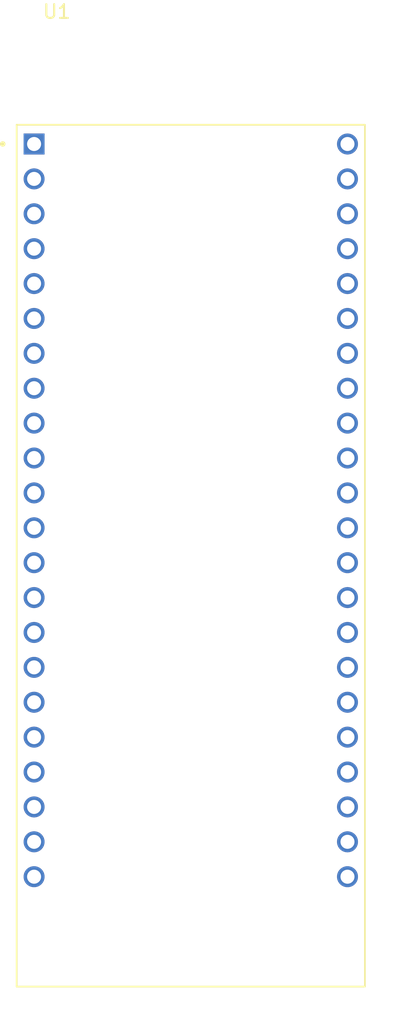
<source format=kicad_pcb>
(kicad_pcb (version 20240108) (generator "pcbnew") (generator_version "8.0")
  (layers (0 "F.Cu" signal) (31 "B.Cu" signal) (34 "B.Paste" user) (35 "F.Paste" user) (36 "B.SilkS" user "B.Silkscreen") (37 "F.SilkS" user "F.Silkscreen") (38 "B.Mask" user) (39 "F.Mask" user) (44 "Edge.Cuts" user))
  (net 0 "")
  (net 10 "Net-(U1-3V3-PadJ1_1)")
  (net 17 "Net-(U1-GND-PadJ1_22)")
  (footprint "ESP32-S3-DEVKITC-1-N8R2:XCVR_ESP32-S3-DEVKITC-1-N8R2" (layer "F.Cu") (at 147.57 86.13)
    (property "Reference" "U1" (at -9.775 -39.605 0) (layer "F.SilkS"))
    (property "Value" "ESP32-S3-DEVKITC-1-N8R2")
    (fp_line (start -12.7 -31.37) (end 12.7 -31.37) (stroke (width 0.127)) (layer "F.SilkS"))
    (fp_line (start -12.7 31.37) (end -12.7 -31.37) (stroke (width 0.127)) (layer "F.SilkS"))
    (fp_line (start 12.7 -31.37) (end 12.7 31.37) (stroke (width 0.127)) (layer "F.SilkS"))
    (fp_line (start 12.7 31.37) (end -12.7 31.37) (stroke (width 0.127)) (layer "F.SilkS"))
    (fp_circle (center -13.716 -29.972) (end -13.616 -29.972) (stroke (width 0.2)) (fill none) (layer "F.SilkS"))
    (pad "J1_1" thru_hole rect (at -11.43 -29.97) (size 1.53 1.53) (drill 1.02) (layers "*.Cu" "*.Mask" "In1.Cu" "In2.Cu" "In3.Cu" "In4.Cu" "In5.Cu" "In6.Cu" "In7.Cu" "In8.Cu" "In9.Cu" "In10.Cu" "In11.Cu" "In12.Cu" "In13.Cu" "In14.Cu" "In15.Cu" "In16.Cu" "In17.Cu" "In18.Cu" "In19.Cu" "In20.Cu" "In21.Cu" "In22.Cu" "In23.Cu" "In24.Cu" "In25.Cu" "In26.Cu" "In27.Cu" "In28.Cu" "In29.Cu" "In30.Cu") (net 10 "Net-(U1-3V3-PadJ1_1)"))
    (pad "J1_2" thru_hole circle (at -11.43 -27.43) (size 1.53 1.53) (drill 1.02) (layers "*.Cu" "*.Mask" "In1.Cu" "In2.Cu" "In3.Cu" "In4.Cu" "In5.Cu" "In6.Cu" "In7.Cu" "In8.Cu" "In9.Cu" "In10.Cu" "In11.Cu" "In12.Cu" "In13.Cu" "In14.Cu" "In15.Cu" "In16.Cu" "In17.Cu" "In18.Cu" "In19.Cu" "In20.Cu" "In21.Cu" "In22.Cu" "In23.Cu" "In24.Cu" "In25.Cu" "In26.Cu" "In27.Cu" "In28.Cu" "In29.Cu" "In30.Cu") (net 10 "Net-(U1-3V3-PadJ1_1)"))
    (pad "J1_3" thru_hole circle (at -11.43 -24.89) (size 1.53 1.53) (drill 1.02) (layers "*.Cu" "*.Mask" "In1.Cu" "In2.Cu" "In3.Cu" "In4.Cu" "In5.Cu" "In6.Cu" "In7.Cu" "In8.Cu" "In9.Cu" "In10.Cu" "In11.Cu" "In12.Cu" "In13.Cu" "In14.Cu" "In15.Cu" "In16.Cu" "In17.Cu" "In18.Cu" "In19.Cu" "In20.Cu" "In21.Cu" "In22.Cu" "In23.Cu" "In24.Cu" "In25.Cu" "In26.Cu" "In27.Cu" "In28.Cu" "In29.Cu" "In30.Cu"))
    (pad "J1_4" thru_hole circle (at -11.43 -22.35) (size 1.53 1.53) (drill 1.02) (layers "*.Cu" "*.Mask" "In1.Cu" "In2.Cu" "In3.Cu" "In4.Cu" "In5.Cu" "In6.Cu" "In7.Cu" "In8.Cu" "In9.Cu" "In10.Cu" "In11.Cu" "In12.Cu" "In13.Cu" "In14.Cu" "In15.Cu" "In16.Cu" "In17.Cu" "In18.Cu" "In19.Cu" "In20.Cu" "In21.Cu" "In22.Cu" "In23.Cu" "In24.Cu" "In25.Cu" "In26.Cu" "In27.Cu" "In28.Cu" "In29.Cu" "In30.Cu"))
    (pad "J1_5" thru_hole circle (at -11.43 -19.81) (size 1.53 1.53) (drill 1.02) (layers "*.Cu" "*.Mask" "In1.Cu" "In2.Cu" "In3.Cu" "In4.Cu" "In5.Cu" "In6.Cu" "In7.Cu" "In8.Cu" "In9.Cu" "In10.Cu" "In11.Cu" "In12.Cu" "In13.Cu" "In14.Cu" "In15.Cu" "In16.Cu" "In17.Cu" "In18.Cu" "In19.Cu" "In20.Cu" "In21.Cu" "In22.Cu" "In23.Cu" "In24.Cu" "In25.Cu" "In26.Cu" "In27.Cu" "In28.Cu" "In29.Cu" "In30.Cu"))
    (pad "J1_6" thru_hole circle (at -11.43 -17.27) (size 1.53 1.53) (drill 1.02) (layers "*.Cu" "*.Mask" "In1.Cu" "In2.Cu" "In3.Cu" "In4.Cu" "In5.Cu" "In6.Cu" "In7.Cu" "In8.Cu" "In9.Cu" "In10.Cu" "In11.Cu" "In12.Cu" "In13.Cu" "In14.Cu" "In15.Cu" "In16.Cu" "In17.Cu" "In18.Cu" "In19.Cu" "In20.Cu" "In21.Cu" "In22.Cu" "In23.Cu" "In24.Cu" "In25.Cu" "In26.Cu" "In27.Cu" "In28.Cu" "In29.Cu" "In30.Cu"))
    (pad "J1_7" thru_hole circle (at -11.43 -14.73) (size 1.53 1.53) (drill 1.02) (layers "*.Cu" "*.Mask" "In1.Cu" "In2.Cu" "In3.Cu" "In4.Cu" "In5.Cu" "In6.Cu" "In7.Cu" "In8.Cu" "In9.Cu" "In10.Cu" "In11.Cu" "In12.Cu" "In13.Cu" "In14.Cu" "In15.Cu" "In16.Cu" "In17.Cu" "In18.Cu" "In19.Cu" "In20.Cu" "In21.Cu" "In22.Cu" "In23.Cu" "In24.Cu" "In25.Cu" "In26.Cu" "In27.Cu" "In28.Cu" "In29.Cu" "In30.Cu"))
    (pad "J1_8" thru_hole circle (at -11.43 -12.19) (size 1.53 1.53) (drill 1.02) (layers "*.Cu" "*.Mask" "In1.Cu" "In2.Cu" "In3.Cu" "In4.Cu" "In5.Cu" "In6.Cu" "In7.Cu" "In8.Cu" "In9.Cu" "In10.Cu" "In11.Cu" "In12.Cu" "In13.Cu" "In14.Cu" "In15.Cu" "In16.Cu" "In17.Cu" "In18.Cu" "In19.Cu" "In20.Cu" "In21.Cu" "In22.Cu" "In23.Cu" "In24.Cu" "In25.Cu" "In26.Cu" "In27.Cu" "In28.Cu" "In29.Cu" "In30.Cu"))
    (pad "J1_9" thru_hole circle (at -11.43 -9.65) (size 1.53 1.53) (drill 1.02) (layers "*.Cu" "*.Mask" "In1.Cu" "In2.Cu" "In3.Cu" "In4.Cu" "In5.Cu" "In6.Cu" "In7.Cu" "In8.Cu" "In9.Cu" "In10.Cu" "In11.Cu" "In12.Cu" "In13.Cu" "In14.Cu" "In15.Cu" "In16.Cu" "In17.Cu" "In18.Cu" "In19.Cu" "In20.Cu" "In21.Cu" "In22.Cu" "In23.Cu" "In24.Cu" "In25.Cu" "In26.Cu" "In27.Cu" "In28.Cu" "In29.Cu" "In30.Cu"))
    (pad "J1_10" thru_hole circle (at -11.43 -7.11) (size 1.53 1.53) (drill 1.02) (layers "*.Cu" "*.Mask" "In1.Cu" "In2.Cu" "In3.Cu" "In4.Cu" "In5.Cu" "In6.Cu" "In7.Cu" "In8.Cu" "In9.Cu" "In10.Cu" "In11.Cu" "In12.Cu" "In13.Cu" "In14.Cu" "In15.Cu" "In16.Cu" "In17.Cu" "In18.Cu" "In19.Cu" "In20.Cu" "In21.Cu" "In22.Cu" "In23.Cu" "In24.Cu" "In25.Cu" "In26.Cu" "In27.Cu" "In28.Cu" "In29.Cu" "In30.Cu"))
    (pad "J1_11" thru_hole circle (at -11.43 -4.57) (size 1.53 1.53) (drill 1.02) (layers "*.Cu" "*.Mask" "In1.Cu" "In2.Cu" "In3.Cu" "In4.Cu" "In5.Cu" "In6.Cu" "In7.Cu" "In8.Cu" "In9.Cu" "In10.Cu" "In11.Cu" "In12.Cu" "In13.Cu" "In14.Cu" "In15.Cu" "In16.Cu" "In17.Cu" "In18.Cu" "In19.Cu" "In20.Cu" "In21.Cu" "In22.Cu" "In23.Cu" "In24.Cu" "In25.Cu" "In26.Cu" "In27.Cu" "In28.Cu" "In29.Cu" "In30.Cu"))
    (pad "J1_12" thru_hole circle (at -11.43 -2.03) (size 1.53 1.53) (drill 1.02) (layers "*.Cu" "*.Mask" "In1.Cu" "In2.Cu" "In3.Cu" "In4.Cu" "In5.Cu" "In6.Cu" "In7.Cu" "In8.Cu" "In9.Cu" "In10.Cu" "In11.Cu" "In12.Cu" "In13.Cu" "In14.Cu" "In15.Cu" "In16.Cu" "In17.Cu" "In18.Cu" "In19.Cu" "In20.Cu" "In21.Cu" "In22.Cu" "In23.Cu" "In24.Cu" "In25.Cu" "In26.Cu" "In27.Cu" "In28.Cu" "In29.Cu" "In30.Cu"))
    (pad "J1_13" thru_hole circle (at -11.43 0.51) (size 1.53 1.53) (drill 1.02) (layers "*.Cu" "*.Mask" "In1.Cu" "In2.Cu" "In3.Cu" "In4.Cu" "In5.Cu" "In6.Cu" "In7.Cu" "In8.Cu" "In9.Cu" "In10.Cu" "In11.Cu" "In12.Cu" "In13.Cu" "In14.Cu" "In15.Cu" "In16.Cu" "In17.Cu" "In18.Cu" "In19.Cu" "In20.Cu" "In21.Cu" "In22.Cu" "In23.Cu" "In24.Cu" "In25.Cu" "In26.Cu" "In27.Cu" "In28.Cu" "In29.Cu" "In30.Cu"))
    (pad "J1_14" thru_hole circle (at -11.43 3.05) (size 1.53 1.53) (drill 1.02) (layers "*.Cu" "*.Mask" "In1.Cu" "In2.Cu" "In3.Cu" "In4.Cu" "In5.Cu" "In6.Cu" "In7.Cu" "In8.Cu" "In9.Cu" "In10.Cu" "In11.Cu" "In12.Cu" "In13.Cu" "In14.Cu" "In15.Cu" "In16.Cu" "In17.Cu" "In18.Cu" "In19.Cu" "In20.Cu" "In21.Cu" "In22.Cu" "In23.Cu" "In24.Cu" "In25.Cu" "In26.Cu" "In27.Cu" "In28.Cu" "In29.Cu" "In30.Cu"))
    (pad "J1_15" thru_hole circle (at -11.43 5.59) (size 1.53 1.53) (drill 1.02) (layers "*.Cu" "*.Mask" "In1.Cu" "In2.Cu" "In3.Cu" "In4.Cu" "In5.Cu" "In6.Cu" "In7.Cu" "In8.Cu" "In9.Cu" "In10.Cu" "In11.Cu" "In12.Cu" "In13.Cu" "In14.Cu" "In15.Cu" "In16.Cu" "In17.Cu" "In18.Cu" "In19.Cu" "In20.Cu" "In21.Cu" "In22.Cu" "In23.Cu" "In24.Cu" "In25.Cu" "In26.Cu" "In27.Cu" "In28.Cu" "In29.Cu" "In30.Cu"))
    (pad "J1_16" thru_hole circle (at -11.43 8.13) (size 1.53 1.53) (drill 1.02) (layers "*.Cu" "*.Mask" "In1.Cu" "In2.Cu" "In3.Cu" "In4.Cu" "In5.Cu" "In6.Cu" "In7.Cu" "In8.Cu" "In9.Cu" "In10.Cu" "In11.Cu" "In12.Cu" "In13.Cu" "In14.Cu" "In15.Cu" "In16.Cu" "In17.Cu" "In18.Cu" "In19.Cu" "In20.Cu" "In21.Cu" "In22.Cu" "In23.Cu" "In24.Cu" "In25.Cu" "In26.Cu" "In27.Cu" "In28.Cu" "In29.Cu" "In30.Cu"))
    (pad "J1_17" thru_hole circle (at -11.43 10.67) (size 1.53 1.53) (drill 1.02) (layers "*.Cu" "*.Mask" "In1.Cu" "In2.Cu" "In3.Cu" "In4.Cu" "In5.Cu" "In6.Cu" "In7.Cu" "In8.Cu" "In9.Cu" "In10.Cu" "In11.Cu" "In12.Cu" "In13.Cu" "In14.Cu" "In15.Cu" "In16.Cu" "In17.Cu" "In18.Cu" "In19.Cu" "In20.Cu" "In21.Cu" "In22.Cu" "In23.Cu" "In24.Cu" "In25.Cu" "In26.Cu" "In27.Cu" "In28.Cu" "In29.Cu" "In30.Cu"))
    (pad "J1_18" thru_hole circle (at -11.43 13.21) (size 1.53 1.53) (drill 1.02) (layers "*.Cu" "*.Mask" "In1.Cu" "In2.Cu" "In3.Cu" "In4.Cu" "In5.Cu" "In6.Cu" "In7.Cu" "In8.Cu" "In9.Cu" "In10.Cu" "In11.Cu" "In12.Cu" "In13.Cu" "In14.Cu" "In15.Cu" "In16.Cu" "In17.Cu" "In18.Cu" "In19.Cu" "In20.Cu" "In21.Cu" "In22.Cu" "In23.Cu" "In24.Cu" "In25.Cu" "In26.Cu" "In27.Cu" "In28.Cu" "In29.Cu" "In30.Cu"))
    (pad "J1_19" thru_hole circle (at -11.43 15.75) (size 1.53 1.53) (drill 1.02) (layers "*.Cu" "*.Mask" "In1.Cu" "In2.Cu" "In3.Cu" "In4.Cu" "In5.Cu" "In6.Cu" "In7.Cu" "In8.Cu" "In9.Cu" "In10.Cu" "In11.Cu" "In12.Cu" "In13.Cu" "In14.Cu" "In15.Cu" "In16.Cu" "In17.Cu" "In18.Cu" "In19.Cu" "In20.Cu" "In21.Cu" "In22.Cu" "In23.Cu" "In24.Cu" "In25.Cu" "In26.Cu" "In27.Cu" "In28.Cu" "In29.Cu" "In30.Cu"))
    (pad "J1_20" thru_hole circle (at -11.43 18.29) (size 1.53 1.53) (drill 1.02) (layers "*.Cu" "*.Mask" "In1.Cu" "In2.Cu" "In3.Cu" "In4.Cu" "In5.Cu" "In6.Cu" "In7.Cu" "In8.Cu" "In9.Cu" "In10.Cu" "In11.Cu" "In12.Cu" "In13.Cu" "In14.Cu" "In15.Cu" "In16.Cu" "In17.Cu" "In18.Cu" "In19.Cu" "In20.Cu" "In21.Cu" "In22.Cu" "In23.Cu" "In24.Cu" "In25.Cu" "In26.Cu" "In27.Cu" "In28.Cu" "In29.Cu" "In30.Cu"))
    (pad "J1_21" thru_hole circle (at -11.43 20.83) (size 1.53 1.53) (drill 1.02) (layers "*.Cu" "*.Mask" "In1.Cu" "In2.Cu" "In3.Cu" "In4.Cu" "In5.Cu" "In6.Cu" "In7.Cu" "In8.Cu" "In9.Cu" "In10.Cu" "In11.Cu" "In12.Cu" "In13.Cu" "In14.Cu" "In15.Cu" "In16.Cu" "In17.Cu" "In18.Cu" "In19.Cu" "In20.Cu" "In21.Cu" "In22.Cu" "In23.Cu" "In24.Cu" "In25.Cu" "In26.Cu" "In27.Cu" "In28.Cu" "In29.Cu" "In30.Cu"))
    (pad "J1_22" thru_hole circle (at -11.43 23.37) (size 1.53 1.53) (drill 1.02) (layers "*.Cu" "*.Mask" "In1.Cu" "In2.Cu" "In3.Cu" "In4.Cu" "In5.Cu" "In6.Cu" "In7.Cu" "In8.Cu" "In9.Cu" "In10.Cu" "In11.Cu" "In12.Cu" "In13.Cu" "In14.Cu" "In15.Cu" "In16.Cu" "In17.Cu" "In18.Cu" "In19.Cu" "In20.Cu" "In21.Cu" "In22.Cu" "In23.Cu" "In24.Cu" "In25.Cu" "In26.Cu" "In27.Cu" "In28.Cu" "In29.Cu" "In30.Cu") (net 17 "Net-(U1-GND-PadJ1_22)"))
    (pad "J3_1" thru_hole circle (at 11.43 -29.97) (size 1.53 1.53) (drill 1.02) (layers "*.Cu" "*.Mask" "In1.Cu" "In2.Cu" "In3.Cu" "In4.Cu" "In5.Cu" "In6.Cu" "In7.Cu" "In8.Cu" "In9.Cu" "In10.Cu" "In11.Cu" "In12.Cu" "In13.Cu" "In14.Cu" "In15.Cu" "In16.Cu" "In17.Cu" "In18.Cu" "In19.Cu" "In20.Cu" "In21.Cu" "In22.Cu" "In23.Cu" "In24.Cu" "In25.Cu" "In26.Cu" "In27.Cu" "In28.Cu" "In29.Cu" "In30.Cu") (net 17 "Net-(U1-GND-PadJ1_22)"))
    (pad "J3_2" thru_hole circle (at 11.43 -27.43) (size 1.53 1.53) (drill 1.02) (layers "*.Cu" "*.Mask" "In1.Cu" "In2.Cu" "In3.Cu" "In4.Cu" "In5.Cu" "In6.Cu" "In7.Cu" "In8.Cu" "In9.Cu" "In10.Cu" "In11.Cu" "In12.Cu" "In13.Cu" "In14.Cu" "In15.Cu" "In16.Cu" "In17.Cu" "In18.Cu" "In19.Cu" "In20.Cu" "In21.Cu" "In22.Cu" "In23.Cu" "In24.Cu" "In25.Cu" "In26.Cu" "In27.Cu" "In28.Cu" "In29.Cu" "In30.Cu"))
    (pad "J3_3" thru_hole circle (at 11.43 -24.89) (size 1.53 1.53) (drill 1.02) (layers "*.Cu" "*.Mask" "In1.Cu" "In2.Cu" "In3.Cu" "In4.Cu" "In5.Cu" "In6.Cu" "In7.Cu" "In8.Cu" "In9.Cu" "In10.Cu" "In11.Cu" "In12.Cu" "In13.Cu" "In14.Cu" "In15.Cu" "In16.Cu" "In17.Cu" "In18.Cu" "In19.Cu" "In20.Cu" "In21.Cu" "In22.Cu" "In23.Cu" "In24.Cu" "In25.Cu" "In26.Cu" "In27.Cu" "In28.Cu" "In29.Cu" "In30.Cu"))
    (pad "J3_4" thru_hole circle (at 11.43 -22.35) (size 1.53 1.53) (drill 1.02) (layers "*.Cu" "*.Mask" "In1.Cu" "In2.Cu" "In3.Cu" "In4.Cu" "In5.Cu" "In6.Cu" "In7.Cu" "In8.Cu" "In9.Cu" "In10.Cu" "In11.Cu" "In12.Cu" "In13.Cu" "In14.Cu" "In15.Cu" "In16.Cu" "In17.Cu" "In18.Cu" "In19.Cu" "In20.Cu" "In21.Cu" "In22.Cu" "In23.Cu" "In24.Cu" "In25.Cu" "In26.Cu" "In27.Cu" "In28.Cu" "In29.Cu" "In30.Cu"))
    (pad "J3_5" thru_hole circle (at 11.43 -19.81) (size 1.53 1.53) (drill 1.02) (layers "*.Cu" "*.Mask" "In1.Cu" "In2.Cu" "In3.Cu" "In4.Cu" "In5.Cu" "In6.Cu" "In7.Cu" "In8.Cu" "In9.Cu" "In10.Cu" "In11.Cu" "In12.Cu" "In13.Cu" "In14.Cu" "In15.Cu" "In16.Cu" "In17.Cu" "In18.Cu" "In19.Cu" "In20.Cu" "In21.Cu" "In22.Cu" "In23.Cu" "In24.Cu" "In25.Cu" "In26.Cu" "In27.Cu" "In28.Cu" "In29.Cu" "In30.Cu"))
    (pad "J3_6" thru_hole circle (at 11.43 -17.27) (size 1.53 1.53) (drill 1.02) (layers "*.Cu" "*.Mask" "In1.Cu" "In2.Cu" "In3.Cu" "In4.Cu" "In5.Cu" "In6.Cu" "In7.Cu" "In8.Cu" "In9.Cu" "In10.Cu" "In11.Cu" "In12.Cu" "In13.Cu" "In14.Cu" "In15.Cu" "In16.Cu" "In17.Cu" "In18.Cu" "In19.Cu" "In20.Cu" "In21.Cu" "In22.Cu" "In23.Cu" "In24.Cu" "In25.Cu" "In26.Cu" "In27.Cu" "In28.Cu" "In29.Cu" "In30.Cu"))
    (pad "J3_7" thru_hole circle (at 11.43 -14.73) (size 1.53 1.53) (drill 1.02) (layers "*.Cu" "*.Mask" "In1.Cu" "In2.Cu" "In3.Cu" "In4.Cu" "In5.Cu" "In6.Cu" "In7.Cu" "In8.Cu" "In9.Cu" "In10.Cu" "In11.Cu" "In12.Cu" "In13.Cu" "In14.Cu" "In15.Cu" "In16.Cu" "In17.Cu" "In18.Cu" "In19.Cu" "In20.Cu" "In21.Cu" "In22.Cu" "In23.Cu" "In24.Cu" "In25.Cu" "In26.Cu" "In27.Cu" "In28.Cu" "In29.Cu" "In30.Cu"))
    (pad "J3_8" thru_hole circle (at 11.43 -12.19) (size 1.53 1.53) (drill 1.02) (layers "*.Cu" "*.Mask" "In1.Cu" "In2.Cu" "In3.Cu" "In4.Cu" "In5.Cu" "In6.Cu" "In7.Cu" "In8.Cu" "In9.Cu" "In10.Cu" "In11.Cu" "In12.Cu" "In13.Cu" "In14.Cu" "In15.Cu" "In16.Cu" "In17.Cu" "In18.Cu" "In19.Cu" "In20.Cu" "In21.Cu" "In22.Cu" "In23.Cu" "In24.Cu" "In25.Cu" "In26.Cu" "In27.Cu" "In28.Cu" "In29.Cu" "In30.Cu"))
    (pad "J3_9" thru_hole circle (at 11.43 -9.65) (size 1.53 1.53) (drill 1.02) (layers "*.Cu" "*.Mask" "In1.Cu" "In2.Cu" "In3.Cu" "In4.Cu" "In5.Cu" "In6.Cu" "In7.Cu" "In8.Cu" "In9.Cu" "In10.Cu" "In11.Cu" "In12.Cu" "In13.Cu" "In14.Cu" "In15.Cu" "In16.Cu" "In17.Cu" "In18.Cu" "In19.Cu" "In20.Cu" "In21.Cu" "In22.Cu" "In23.Cu" "In24.Cu" "In25.Cu" "In26.Cu" "In27.Cu" "In28.Cu" "In29.Cu" "In30.Cu"))
    (pad "J3_10" thru_hole circle (at 11.43 -7.11) (size 1.53 1.53) (drill 1.02) (layers "*.Cu" "*.Mask" "In1.Cu" "In2.Cu" "In3.Cu" "In4.Cu" "In5.Cu" "In6.Cu" "In7.Cu" "In8.Cu" "In9.Cu" "In10.Cu" "In11.Cu" "In12.Cu" "In13.Cu" "In14.Cu" "In15.Cu" "In16.Cu" "In17.Cu" "In18.Cu" "In19.Cu" "In20.Cu" "In21.Cu" "In22.Cu" "In23.Cu" "In24.Cu" "In25.Cu" "In26.Cu" "In27.Cu" "In28.Cu" "In29.Cu" "In30.Cu"))
    (pad "J3_11" thru_hole circle (at 11.43 -4.57) (size 1.53 1.53) (drill 1.02) (layers "*.Cu" "*.Mask" "In1.Cu" "In2.Cu" "In3.Cu" "In4.Cu" "In5.Cu" "In6.Cu" "In7.Cu" "In8.Cu" "In9.Cu" "In10.Cu" "In11.Cu" "In12.Cu" "In13.Cu" "In14.Cu" "In15.Cu" "In16.Cu" "In17.Cu" "In18.Cu" "In19.Cu" "In20.Cu" "In21.Cu" "In22.Cu" "In23.Cu" "In24.Cu" "In25.Cu" "In26.Cu" "In27.Cu" "In28.Cu" "In29.Cu" "In30.Cu"))
    (pad "J3_12" thru_hole circle (at 11.43 -2.03) (size 1.53 1.53) (drill 1.02) (layers "*.Cu" "*.Mask" "In1.Cu" "In2.Cu" "In3.Cu" "In4.Cu" "In5.Cu" "In6.Cu" "In7.Cu" "In8.Cu" "In9.Cu" "In10.Cu" "In11.Cu" "In12.Cu" "In13.Cu" "In14.Cu" "In15.Cu" "In16.Cu" "In17.Cu" "In18.Cu" "In19.Cu" "In20.Cu" "In21.Cu" "In22.Cu" "In23.Cu" "In24.Cu" "In25.Cu" "In26.Cu" "In27.Cu" "In28.Cu" "In29.Cu" "In30.Cu"))
    (pad "J3_13" thru_hole circle (at 11.43 0.51) (size 1.53 1.53) (drill 1.02) (layers "*.Cu" "*.Mask" "In1.Cu" "In2.Cu" "In3.Cu" "In4.Cu" "In5.Cu" "In6.Cu" "In7.Cu" "In8.Cu" "In9.Cu" "In10.Cu" "In11.Cu" "In12.Cu" "In13.Cu" "In14.Cu" "In15.Cu" "In16.Cu" "In17.Cu" "In18.Cu" "In19.Cu" "In20.Cu" "In21.Cu" "In22.Cu" "In23.Cu" "In24.Cu" "In25.Cu" "In26.Cu" "In27.Cu" "In28.Cu" "In29.Cu" "In30.Cu"))
    (pad "J3_14" thru_hole circle (at 11.43 3.05) (size 1.53 1.53) (drill 1.02) (layers "*.Cu" "*.Mask" "In1.Cu" "In2.Cu" "In3.Cu" "In4.Cu" "In5.Cu" "In6.Cu" "In7.Cu" "In8.Cu" "In9.Cu" "In10.Cu" "In11.Cu" "In12.Cu" "In13.Cu" "In14.Cu" "In15.Cu" "In16.Cu" "In17.Cu" "In18.Cu" "In19.Cu" "In20.Cu" "In21.Cu" "In22.Cu" "In23.Cu" "In24.Cu" "In25.Cu" "In26.Cu" "In27.Cu" "In28.Cu" "In29.Cu" "In30.Cu"))
    (pad "J3_15" thru_hole circle (at 11.43 5.59) (size 1.53 1.53) (drill 1.02) (layers "*.Cu" "*.Mask" "In1.Cu" "In2.Cu" "In3.Cu" "In4.Cu" "In5.Cu" "In6.Cu" "In7.Cu" "In8.Cu" "In9.Cu" "In10.Cu" "In11.Cu" "In12.Cu" "In13.Cu" "In14.Cu" "In15.Cu" "In16.Cu" "In17.Cu" "In18.Cu" "In19.Cu" "In20.Cu" "In21.Cu" "In22.Cu" "In23.Cu" "In24.Cu" "In25.Cu" "In26.Cu" "In27.Cu" "In28.Cu" "In29.Cu" "In30.Cu"))
    (pad "J3_16" thru_hole circle (at 11.43 8.13) (size 1.53 1.53) (drill 1.02) (layers "*.Cu" "*.Mask" "In1.Cu" "In2.Cu" "In3.Cu" "In4.Cu" "In5.Cu" "In6.Cu" "In7.Cu" "In8.Cu" "In9.Cu" "In10.Cu" "In11.Cu" "In12.Cu" "In13.Cu" "In14.Cu" "In15.Cu" "In16.Cu" "In17.Cu" "In18.Cu" "In19.Cu" "In20.Cu" "In21.Cu" "In22.Cu" "In23.Cu" "In24.Cu" "In25.Cu" "In26.Cu" "In27.Cu" "In28.Cu" "In29.Cu" "In30.Cu"))
    (pad "J3_17" thru_hole circle (at 11.43 10.67) (size 1.53 1.53) (drill 1.02) (layers "*.Cu" "*.Mask" "In1.Cu" "In2.Cu" "In3.Cu" "In4.Cu" "In5.Cu" "In6.Cu" "In7.Cu" "In8.Cu" "In9.Cu" "In10.Cu" "In11.Cu" "In12.Cu" "In13.Cu" "In14.Cu" "In15.Cu" "In16.Cu" "In17.Cu" "In18.Cu" "In19.Cu" "In20.Cu" "In21.Cu" "In22.Cu" "In23.Cu" "In24.Cu" "In25.Cu" "In26.Cu" "In27.Cu" "In28.Cu" "In29.Cu" "In30.Cu"))
    (pad "J3_18" thru_hole circle (at 11.43 13.21) (size 1.53 1.53) (drill 1.02) (layers "*.Cu" "*.Mask" "In1.Cu" "In2.Cu" "In3.Cu" "In4.Cu" "In5.Cu" "In6.Cu" "In7.Cu" "In8.Cu" "In9.Cu" "In10.Cu" "In11.Cu" "In12.Cu" "In13.Cu" "In14.Cu" "In15.Cu" "In16.Cu" "In17.Cu" "In18.Cu" "In19.Cu" "In20.Cu" "In21.Cu" "In22.Cu" "In23.Cu" "In24.Cu" "In25.Cu" "In26.Cu" "In27.Cu" "In28.Cu" "In29.Cu" "In30.Cu"))
    (pad "J3_19" thru_hole circle (at 11.43 15.75) (size 1.53 1.53) (drill 1.02) (layers "*.Cu" "*.Mask" "In1.Cu" "In2.Cu" "In3.Cu" "In4.Cu" "In5.Cu" "In6.Cu" "In7.Cu" "In8.Cu" "In9.Cu" "In10.Cu" "In11.Cu" "In12.Cu" "In13.Cu" "In14.Cu" "In15.Cu" "In16.Cu" "In17.Cu" "In18.Cu" "In19.Cu" "In20.Cu" "In21.Cu" "In22.Cu" "In23.Cu" "In24.Cu" "In25.Cu" "In26.Cu" "In27.Cu" "In28.Cu" "In29.Cu" "In30.Cu"))
    (pad "J3_20" thru_hole circle (at 11.43 18.29) (size 1.53 1.53) (drill 1.02) (layers "*.Cu" "*.Mask" "In1.Cu" "In2.Cu" "In3.Cu" "In4.Cu" "In5.Cu" "In6.Cu" "In7.Cu" "In8.Cu" "In9.Cu" "In10.Cu" "In11.Cu" "In12.Cu" "In13.Cu" "In14.Cu" "In15.Cu" "In16.Cu" "In17.Cu" "In18.Cu" "In19.Cu" "In20.Cu" "In21.Cu" "In22.Cu" "In23.Cu" "In24.Cu" "In25.Cu" "In26.Cu" "In27.Cu" "In28.Cu" "In29.Cu" "In30.Cu"))
    (pad "J3_21" thru_hole circle (at 11.43 20.83) (size 1.53 1.53) (drill 1.02) (layers "*.Cu" "*.Mask" "In1.Cu" "In2.Cu" "In3.Cu" "In4.Cu" "In5.Cu" "In6.Cu" "In7.Cu" "In8.Cu" "In9.Cu" "In10.Cu" "In11.Cu" "In12.Cu" "In13.Cu" "In14.Cu" "In15.Cu" "In16.Cu" "In17.Cu" "In18.Cu" "In19.Cu" "In20.Cu" "In21.Cu" "In22.Cu" "In23.Cu" "In24.Cu" "In25.Cu" "In26.Cu" "In27.Cu" "In28.Cu" "In29.Cu" "In30.Cu") (net 17 "Net-(U1-GND-PadJ1_22)"))
    (pad "J3_22" thru_hole circle (at 11.43 23.37) (size 1.53 1.53) (drill 1.02) (layers "*.Cu" "*.Mask" "In1.Cu" "In2.Cu" "In3.Cu" "In4.Cu" "In5.Cu" "In6.Cu" "In7.Cu" "In8.Cu" "In9.Cu" "In10.Cu" "In11.Cu" "In12.Cu" "In13.Cu" "In14.Cu" "In15.Cu" "In16.Cu" "In17.Cu" "In18.Cu" "In19.Cu" "In20.Cu" "In21.Cu" "In22.Cu" "In23.Cu" "In24.Cu" "In25.Cu" "In26.Cu" "In27.Cu" "In28.Cu" "In29.Cu" "In30.Cu") (net 17 "Net-(U1-GND-PadJ1_22)"))
  )
)
</source>
